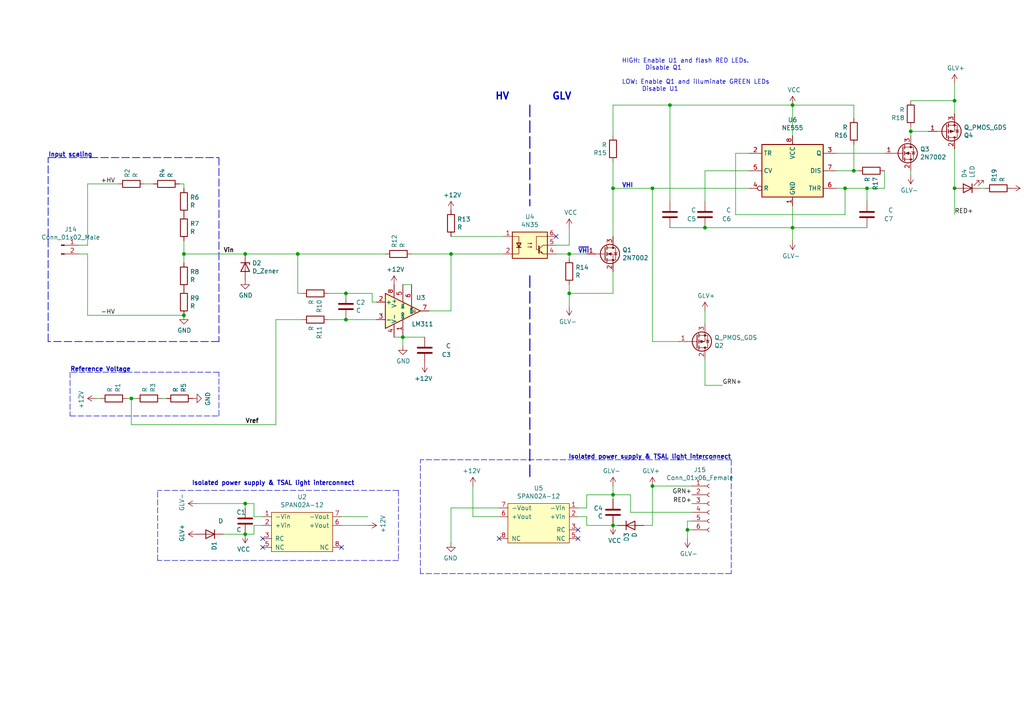
<source format=kicad_sch>
(kicad_sch (version 20211123) (generator eeschema)
  (paper "A4")
  (lib_symbols
    (symbol "Comparator:LM311" (pin_names (offset 0.127))
      (property "Reference" "U" (at 3.81 6.35 0))
      (property "Value" "LM311" (at 3.81 3.81 0))
      (symbol "LM311_0_1"
        (polyline (pts (xy 5.08 0) (xy -5.08 5.08) (xy -5.08 -5.08) (xy 5.08 0)) (stroke (width 0.254)) (fill (type background)))
        (polyline (pts (xy 3.683 -0.381) (xy 3.302 -0.381) (xy 3.683 0) (xy 3.302 0.381) (xy 2.921 0) (xy 3.302 -0.381) (xy 2.921 -0.381)) (stroke (width 0.127)))
      )
      (symbol "LM311_1_1"
        (pin passive line (at 0 -7.62 90) (length 5.08) (name "GND") (number "1"))
        (pin input line (at -7.62 2.54 0) (length 2.54) (name "+") (number "2"))
        (pin input line (at -7.62 -2.54 0) (length 2.54) (name "-") (number "3"))
        (pin power_in line (at -2.54 -7.62 90) (length 3.81) (name "V-") (number "4"))
        (pin input line (at 0 7.62 270) (length 5.08) (name "BAL") (number "5"))
        (pin input line (at 2.54 7.62 270) (length 6.35) (name "STRB") (number "6"))
        (pin open_collector line (at 7.62 0 180) (length 2.54) (name "~") (number "7"))
        (pin power_in line (at -2.54 7.62 270) (length 3.81) (name "V+") (number "8"))
      )
    )
    (symbol "Connector:Conn_01x02_Male" (pin_names (offset 1.016) hide)
      (property "Reference" "J" (at 0 2.54 0))
      (property "Value" "Conn_01x02_Male" (at 0 -5.08 0))
      (symbol "Conn_01x02_Male_1_1"
        (polyline (pts (xy 1.27 -2.54) (xy 0.8636 -2.54)) (stroke (width 0.1524)))
        (polyline (pts (xy 1.27 0) (xy 0.8636 0)) (stroke (width 0.1524)))
        (rectangle (start 0.8636 -2.413) (end 0 -2.667) (stroke (width 0.1524)) (fill (type outline)))
        (rectangle (start 0.8636 0.127) (end 0 -0.127) (stroke (width 0.1524)) (fill (type outline)))
        (pin passive line (at 5.08 0 180) (length 3.81) (name "Pin_1") (number "1"))
        (pin passive line (at 5.08 -2.54 180) (length 3.81) (name "Pin_2") (number "2"))
      )
    )
    (symbol "Connector:Conn_01x06_Female" (pin_names (offset 1.016) hide)
      (property "Reference" "J" (at 0 7.62 0))
      (property "Value" "Conn_01x06_Female" (at 0 -10.16 0))
      (symbol "Conn_01x06_Female_1_1"
        (arc (start 0 -7.112) (mid -0.508 -7.62) (end 0 -8.128) (stroke (width 0.1524)))
        (arc (start 0 -4.572) (mid -0.508 -5.08) (end 0 -5.588) (stroke (width 0.1524)))
        (arc (start 0 -2.032) (mid -0.508 -2.54) (end 0 -3.048) (stroke (width 0.1524)))
        (polyline (pts (xy -1.27 -7.62) (xy -0.508 -7.62)) (stroke (width 0.1524)))
        (polyline (pts (xy -1.27 -5.08) (xy -0.508 -5.08)) (stroke (width 0.1524)))
        (polyline (pts (xy -1.27 -2.54) (xy -0.508 -2.54)) (stroke (width 0.1524)))
        (polyline (pts (xy -1.27 0) (xy -0.508 0)) (stroke (width 0.1524)))
        (polyline (pts (xy -1.27 2.54) (xy -0.508 2.54)) (stroke (width 0.1524)))
        (polyline (pts (xy -1.27 5.08) (xy -0.508 5.08)) (stroke (width 0.1524)))
        (arc (start 0 0.508) (mid -0.508 0) (end 0 -0.508) (stroke (width 0.1524)))
        (arc (start 0 3.048) (mid -0.508 2.54) (end 0 2.032) (stroke (width 0.1524)))
        (arc (start 0 5.588) (mid -0.508 5.08) (end 0 4.572) (stroke (width 0.1524)))
        (pin passive line (at -5.08 5.08 0) (length 3.81) (name "Pin_1") (number "1"))
        (pin passive line (at -5.08 2.54 0) (length 3.81) (name "Pin_2") (number "2"))
        (pin passive line (at -5.08 0 0) (length 3.81) (name "Pin_3") (number "3"))
        (pin passive line (at -5.08 -2.54 0) (length 3.81) (name "Pin_4") (number "4"))
        (pin passive line (at -5.08 -5.08 0) (length 3.81) (name "Pin_5") (number "5"))
        (pin passive line (at -5.08 -7.62 0) (length 3.81) (name "Pin_6") (number "6"))
      )
    )
    (symbol "Device:C" (pin_numbers hide) (pin_names (offset 0.254))
      (property "Reference" "C" (at 0.635 2.54 0))
      (property "Value" "C" (at 0.635 -2.54 0))
      (symbol "C_0_1"
        (polyline (pts (xy -2.032 -0.762) (xy 2.032 -0.762)) (stroke (width 0.508)))
        (polyline (pts (xy -2.032 0.762) (xy 2.032 0.762)) (stroke (width 0.508)))
      )
      (symbol "C_1_1"
        (pin passive line (at 0 3.81 270) (length 2.794) (name "~") (number "1"))
        (pin passive line (at 0 -3.81 90) (length 2.794) (name "~") (number "2"))
      )
    )
    (symbol "Device:D" (pin_numbers hide) (pin_names (offset 1.016) hide)
      (property "Reference" "D" (at 0 2.54 0))
      (property "Value" "D" (at 0 -2.54 0))
      (symbol "D_0_1"
        (polyline (pts (xy -1.27 1.27) (xy -1.27 -1.27)) (stroke (width 0.254)))
        (polyline (pts (xy 1.27 0) (xy -1.27 0)))
        (polyline (pts (xy 1.27 1.27) (xy 1.27 -1.27) (xy -1.27 0) (xy 1.27 1.27)) (stroke (width 0.254)))
      )
      (symbol "D_1_1"
        (pin passive line (at -3.81 0 0) (length 2.54) (name "K") (number "1"))
        (pin passive line (at 3.81 0 180) (length 2.54) (name "A") (number "2"))
      )
    )
    (symbol "Device:D_Zener" (pin_numbers hide) (pin_names (offset 1.016) hide)
      (property "Reference" "D" (at 0 2.54 0))
      (property "Value" "D_Zener" (at 0 -2.54 0))
      (symbol "D_Zener_0_1"
        (polyline (pts (xy 1.27 0) (xy -1.27 0)))
        (polyline (pts (xy -1.27 -1.27) (xy -1.27 1.27) (xy -0.762 1.27)) (stroke (width 0.254)))
        (polyline (pts (xy 1.27 -1.27) (xy 1.27 1.27) (xy -1.27 0) (xy 1.27 -1.27)) (stroke (width 0.254)))
      )
      (symbol "D_Zener_1_1"
        (pin passive line (at -3.81 0 0) (length 2.54) (name "K") (number "1"))
        (pin passive line (at 3.81 0 180) (length 2.54) (name "A") (number "2"))
      )
    )
    (symbol "Device:LED" (pin_numbers hide) (pin_names (offset 1.016) hide)
      (property "Reference" "D" (at 0 2.54 0))
      (property "Value" "LED" (at 0 -2.54 0))
      (symbol "LED_0_1"
        (polyline (pts (xy -1.27 -1.27) (xy -1.27 1.27)) (stroke (width 0.254)))
        (polyline (pts (xy -1.27 0) (xy 1.27 0)))
        (polyline (pts (xy 1.27 -1.27) (xy 1.27 1.27) (xy -1.27 0) (xy 1.27 -1.27)) (stroke (width 0.254)))
        (polyline (pts (xy -3.048 -0.762) (xy -4.572 -2.286) (xy -3.81 -2.286) (xy -4.572 -2.286) (xy -4.572 -1.524)))
        (polyline (pts (xy -1.778 -0.762) (xy -3.302 -2.286) (xy -2.54 -2.286) (xy -3.302 -2.286) (xy -3.302 -1.524)))
      )
      (symbol "LED_1_1"
        (pin passive line (at -3.81 0 0) (length 2.54) (name "K") (number "1"))
        (pin passive line (at 3.81 0 180) (length 2.54) (name "A") (number "2"))
      )
    )
    (symbol "Device:Q_PMOS_GDS" (pin_names (offset 0) hide)
      (property "Reference" "Q" (at 5.08 1.27 0))
      (property "Value" "Q_PMOS_GDS" (at 5.08 -1.27 0))
      (symbol "Q_PMOS_GDS_0_1"
        (polyline (pts (xy 0.254 0) (xy -2.54 0)))
        (polyline (pts (xy 0.254 1.905) (xy 0.254 -1.905)) (stroke (width 0.254)))
        (polyline (pts (xy 0.762 -1.27) (xy 0.762 -2.286)) (stroke (width 0.254)))
        (polyline (pts (xy 0.762 0.508) (xy 0.762 -0.508)) (stroke (width 0.254)))
        (polyline (pts (xy 0.762 2.286) (xy 0.762 1.27)) (stroke (width 0.254)))
        (polyline (pts (xy 2.54 2.54) (xy 2.54 1.778)))
        (polyline (pts (xy 2.54 -2.54) (xy 2.54 0) (xy 0.762 0)))
        (polyline (pts (xy 0.762 1.778) (xy 3.302 1.778) (xy 3.302 -1.778) (xy 0.762 -1.778)))
        (polyline (pts (xy 2.286 0) (xy 1.27 0.381) (xy 1.27 -0.381) (xy 2.286 0)) (fill (type outline)))
        (polyline (pts (xy 2.794 -0.508) (xy 2.921 -0.381) (xy 3.683 -0.381) (xy 3.81 -0.254)))
        (polyline (pts (xy 3.302 -0.381) (xy 2.921 0.254) (xy 3.683 0.254) (xy 3.302 -0.381)))
        (circle (center 1.651 0) (radius 2.794) (stroke (width 0.254)))
        (circle (center 2.54 -1.778) (radius 0.254) (fill (type outline)))
        (circle (center 2.54 1.778) (radius 0.254) (fill (type outline)))
      )
      (symbol "Q_PMOS_GDS_1_1"
        (pin input line (at -5.08 0 0) (length 2.54) (name "G") (number "1"))
        (pin passive line (at 2.54 5.08 270) (length 2.54) (name "D") (number "2"))
        (pin passive line (at 2.54 -5.08 90) (length 2.54) (name "S") (number "3"))
      )
    )
    (symbol "Device:R" (pin_numbers hide) (pin_names (offset 0))
      (property "Reference" "R" (at 2.032 0 90))
      (property "Value" "R" (at 0 0 90))
      (symbol "R_0_1"
        (rectangle (start -1.016 -2.54) (end 1.016 2.54) (stroke (width 0.254)))
      )
      (symbol "R_1_1"
        (pin passive line (at 0 3.81 270) (length 1.27) (name "~") (number "1"))
        (pin passive line (at 0 -3.81 90) (length 1.27) (name "~") (number "2"))
      )
    )
    (symbol "Isolator:4N35" (pin_names (offset 1.016))
      (property "Reference" "U" (at -5.08 5.08 0))
      (property "Value" "4N35" (at 0 5.08 0))
      (symbol "4N35_0_1"
        (rectangle (start -5.08 3.81) (end 5.08 -3.81) (stroke (width 0.254)) (fill (type background)))
        (polyline (pts (xy -3.81 -0.635) (xy -2.54 -0.635)) (stroke (width 0.254)))
        (polyline (pts (xy 2.667 -1.397) (xy 3.81 -2.54)))
        (polyline (pts (xy 2.667 -1.143) (xy 3.81 0)))
        (polyline (pts (xy 3.81 -2.54) (xy 5.08 -2.54)))
        (polyline (pts (xy 3.81 0) (xy 5.08 0)))
        (polyline (pts (xy 2.667 -0.254) (xy 2.667 -2.286) (xy 2.667 -2.286)) (stroke (width 0.3556)))
        (polyline (pts (xy -5.08 -2.54) (xy -3.175 -2.54) (xy -3.175 2.54) (xy -5.08 2.54)))
        (polyline (pts (xy -3.175 -0.635) (xy -3.81 0.635) (xy -2.54 0.635) (xy -3.175 -0.635)) (stroke (width 0.254)))
        (polyline (pts (xy 3.683 -2.413) (xy 3.429 -1.905) (xy 3.175 -2.159) (xy 3.683 -2.413)))
        (polyline (pts (xy 5.08 2.54) (xy 1.905 2.54) (xy 1.905 -1.27) (xy 2.54 -1.27)))
        (polyline (pts (xy -0.635 -0.508) (xy 0.635 -0.508) (xy 0.254 -0.635) (xy 0.254 -0.381) (xy 0.635 -0.508)))
        (polyline (pts (xy -0.635 0.508) (xy 0.635 0.508) (xy 0.254 0.381) (xy 0.254 0.635) (xy 0.635 0.508)))
      )
      (symbol "4N35_1_1"
        (pin passive line (at -7.62 2.54 0) (length 2.54) (name "~") (number "1"))
        (pin passive line (at -7.62 -2.54 0) (length 2.54) (name "~") (number "2"))
        (pin no_connect line (at -5.08 0 0) (length 2.54) hide (name "NC") (number "3"))
        (pin passive line (at 7.62 -2.54 180) (length 2.54) (name "~") (number "4"))
        (pin passive line (at 7.62 0 180) (length 2.54) (name "~") (number "5"))
        (pin passive line (at 7.62 2.54 180) (length 2.54) (name "~") (number "6"))
      )
    )
    (symbol "TSAL-HVM:SPAN02A-12" (pin_names (offset 1.016))
      (property "Reference" "U" (at -7.62 6.35 0))
      (property "Value" "SPAN02A-12" (at 0 -7.62 0))
      (symbol "SPAN02A-12_0_1"
        (rectangle (start 8.89 -6.35) (end -8.89 5.08) (fill (type background)))
      )
      (symbol "SPAN02A-12_1_1"
        (pin input line (at -11.43 3.81 0) (length 2.54) (name "-Vin") (number "1"))
        (pin input line (at -11.43 1.27 0) (length 2.54) (name "+Vin") (number "2"))
        (pin input line (at -11.43 -2.54 0) (length 2.54) (name "RC") (number "3"))
        (pin input line (at -11.43 -5.08 0) (length 2.54) (name "NC") (number "5"))
        (pin input line (at 11.43 1.27 180) (length 2.54) (name "+Vout") (number "6"))
        (pin input line (at 11.43 3.81 180) (length 2.54) (name "-Vout") (number "7"))
        (pin input line (at 11.43 -5.08 180) (length 2.54) (name "NC") (number "8"))
      )
    )
    (symbol "TSALv3-rescue:NE555D-Timer2"
      (property "Reference" "U" (at -10.16 8.89 0))
      (property "Value" "NE555D-Timer2" (at 2.54 8.89 0))
      (symbol "NE555D-Timer2_0_0"
        (pin power_in line (at 0 -10.16 90) (length 2.54) (name "GND") (number "1"))
        (pin power_in line (at 0 10.16 270) (length 2.54) (name "VCC") (number "8"))
      )
      (symbol "NE555D-Timer2_0_1"
        (rectangle (start -8.89 -7.62) (end 8.89 7.62) (stroke (width 0.254)) (fill (type background)))
        (rectangle (start -8.89 -7.62) (end 8.89 7.62) (stroke (width 0.254)) (fill (type background)))
      )
      (symbol "NE555D-Timer2_1_1"
        (pin input line (at -12.7 5.08 0) (length 3.81) (name "TR") (number "2"))
        (pin output line (at 12.7 5.08 180) (length 3.81) (name "Q") (number "3"))
        (pin input inverted (at -12.7 -5.08 0) (length 3.81) (name "R") (number "4"))
        (pin input line (at -12.7 0 0) (length 3.81) (name "CV") (number "5"))
        (pin input line (at 12.7 -5.08 180) (length 3.81) (name "THR") (number "6"))
        (pin input line (at 12.7 0 180) (length 3.81) (name "DIS") (number "7"))
      )
    )
    (symbol "Transistor_FET:2N7002" (pin_names hide)
      (property "Reference" "Q" (at 5.08 1.905 0))
      (property "Value" "2N7002" (at 5.08 0 0))
      (symbol "2N7002_0_1"
        (polyline (pts (xy 0.254 0) (xy -2.54 0)))
        (polyline (pts (xy 0.254 1.905) (xy 0.254 -1.905)) (stroke (width 0.254)))
        (polyline (pts (xy 0.762 -1.27) (xy 0.762 -2.286)) (stroke (width 0.254)))
        (polyline (pts (xy 0.762 0.508) (xy 0.762 -0.508)) (stroke (width 0.254)))
        (polyline (pts (xy 0.762 2.286) (xy 0.762 1.27)) (stroke (width 0.254)))
        (polyline (pts (xy 2.54 2.54) (xy 2.54 1.778)))
        (polyline (pts (xy 2.54 -2.54) (xy 2.54 0) (xy 0.762 0)))
        (polyline (pts (xy 0.762 -1.778) (xy 3.302 -1.778) (xy 3.302 1.778) (xy 0.762 1.778)))
        (polyline (pts (xy 1.016 0) (xy 2.032 0.381) (xy 2.032 -0.381) (xy 1.016 0)) (fill (type outline)))
        (polyline (pts (xy 2.794 0.508) (xy 2.921 0.381) (xy 3.683 0.381) (xy 3.81 0.254)))
        (polyline (pts (xy 3.302 0.381) (xy 2.921 -0.254) (xy 3.683 -0.254) (xy 3.302 0.381)))
        (circle (center 1.651 0) (radius 2.794) (stroke (width 0.254)))
        (circle (center 2.54 -1.778) (radius 0.254) (fill (type outline)))
        (circle (center 2.54 1.778) (radius 0.254) (fill (type outline)))
      )
      (symbol "2N7002_1_1"
        (pin input line (at -5.08 0 0) (length 2.54) (name "G") (number "1"))
        (pin passive line (at 2.54 -5.08 90) (length 2.54) (name "S") (number "2"))
        (pin passive line (at 2.54 5.08 270) (length 2.54) (name "D") (number "3"))
      )
    )
    (symbol "power-symbol-library:GLV+" (power) (pin_names (offset 0))
      (property "Value" "GLV+" (at 0 3.81 0))
      (symbol "GLV+_0_1"
        (polyline (pts (xy -0.762 1.27) (xy 0 2.54)))
        (polyline (pts (xy 0 0) (xy 0 2.54)))
        (polyline (pts (xy 0 2.54) (xy 0.762 1.27)))
      )
      (symbol "GLV+_1_1"
        (pin power_in line (at 0 0 90) (length 0) hide (name "GLV+") (number "1"))
      )
    )
    (symbol "power-symbol-library:GLV-" (power) (pin_names (offset 0))
      (property "Value" "GLV-" (at 0 3.81 0))
      (symbol "GLV-_0_1"
        (polyline (pts (xy -0.762 1.27) (xy 0 2.54)))
        (polyline (pts (xy 0 0) (xy 0 2.54)))
        (polyline (pts (xy 0 2.54) (xy 0.762 1.27)))
      )
      (symbol "GLV-_1_1"
        (pin power_in line (at 0 0 90) (length 0) hide (name "GLV-") (number "1"))
      )
    )
    (symbol "power:+12V" (power) (pin_names (offset 0))
      (property "Value" "+12V" (at 0 3.556 0))
      (symbol "+12V_0_1"
        (polyline (pts (xy -0.762 1.27) (xy 0 2.54)))
        (polyline (pts (xy 0 0) (xy 0 2.54)))
        (polyline (pts (xy 0 2.54) (xy 0.762 1.27)))
      )
      (symbol "+12V_1_1"
        (pin power_in line (at 0 0 90) (length 0) hide (name "+12V") (number "1"))
      )
    )
    (symbol "power:GND" (power) (pin_names (offset 0))
      (property "Value" "GND" (at 0 -3.81 0))
      (symbol "GND_0_1"
        (polyline (pts (xy 0 0) (xy 0 -1.27) (xy 1.27 -1.27) (xy 0 -2.54) (xy -1.27 -1.27) (xy 0 -1.27)))
      )
      (symbol "GND_1_1"
        (pin power_in line (at 0 0 270) (length 0) hide (name "GND") (number "1"))
      )
    )
    (symbol "power:VCC" (power) (pin_names (offset 0))
      (property "Value" "VCC" (at 0 3.81 0))
      (symbol "VCC_0_1"
        (polyline (pts (xy -0.762 1.27) (xy 0 2.54)))
        (polyline (pts (xy 0 0) (xy 0 2.54)))
        (polyline (pts (xy 0 2.54) (xy 0.762 1.27)))
      )
      (symbol "VCC_1_1"
        (pin power_in line (at 0 0 90) (length 0) hide (name "VCC") (number "1"))
      )
    )
  )
  (junction (at 177.8 54.61))
  (junction (at 229.87 30.48))
  (junction (at 199.39 153.67))
  (junction (at 71.12 146.05))
  (junction (at 264.16 38.1))
  (junction (at 276.86 29.21))
  (junction (at 194.31 30.48))
  (junction (at 130.81 73.66))
  (junction (at 71.12 154.94))
  (junction (at 204.47 66.04))
  (junction (at 86.36 73.66))
  (junction (at 229.87 66.04))
  (junction (at 276.86 54.61))
  (junction (at 165.1 73.66))
  (junction (at 100.33 92.71))
  (junction (at 100.33 85.09))
  (junction (at 177.8 143.51))
  (junction (at 247.65 49.53))
  (junction (at 245.11 54.61))
  (junction (at 189.23 140.97))
  (junction (at 53.34 73.66))
  (junction (at 189.23 54.61))
  (junction (at 53.34 91.44))
  (junction (at 177.8 152.4))
  (junction (at 71.12 73.66))
  (junction (at 38.1 115.57))
  (junction (at 116.84 97.79))
  (junction (at 165.1 85.09))
  (junction (at 251.46 54.61))
  (no_connect (at 76.2 158.75))
  (no_connect (at 76.2 156.21))
  (no_connect (at 144.78 156.21))
  (no_connect (at 161.29 68.58))
  (no_connect (at 167.64 156.21))
  (no_connect (at 99.06 158.75))
  (no_connect (at 167.64 153.67))
  (polyline (pts (xy 20.32 120.65) (xy 63.5 120.65)))
  (wire (pts (xy 179.07 152.4) (xy 177.8 152.4)))
  (polyline (pts (xy 45.72 162.56) (xy 45.72 142.24)))
  (wire (pts (xy 114.3 97.79) (xy 116.84 97.79)))
  (polyline (pts (xy 212.09 133.35) (xy 121.92 133.35)))
  (wire (pts (xy 39.37 115.57) (xy 38.1 115.57)))
  (polyline (pts (xy 20.32 107.95) (xy 20.32 120.65)))
  (wire (pts (xy 177.8 85.09) (xy 165.1 85.09)))
  (wire (pts (xy 130.81 73.66) (xy 146.05 73.66)))
  (wire (pts (xy 177.8 143.51) (xy 177.8 144.78)))
  (wire (pts (xy 204.47 104.14) (xy 204.47 111.76)))
  (polyline (pts (xy 63.5 120.65) (xy 63.5 107.95)))
  (wire (pts (xy 204.47 93.98) (xy 204.47 90.17)))
  (wire (pts (xy 165.1 73.66) (xy 170.18 73.66)))
  (wire (pts (xy 119.38 82.55) (xy 116.84 82.55)))
  (polyline (pts (xy 153.67 30.48) (xy 153.67 59.69)) (stroke (width 0.3048)))
  (wire (pts (xy 256.54 49.53) (xy 256.54 54.61)))
  (wire (pts (xy 229.87 30.48) (xy 229.87 39.37)))
  (wire (pts (xy 130.81 157.48) (xy 130.81 147.32)))
  (wire (pts (xy 25.4 91.44) (xy 53.34 91.44)))
  (wire (pts (xy 251.46 66.04) (xy 229.87 66.04)))
  (wire (pts (xy 73.66 149.86) (xy 76.2 149.86)))
  (wire (pts (xy 107.95 85.09) (xy 100.33 85.09)))
  (wire (pts (xy 177.8 152.4) (xy 170.18 152.4)))
  (wire (pts (xy 165.1 88.9) (xy 165.1 85.09)))
  (wire (pts (xy 73.66 146.05) (xy 73.66 149.86)))
  (wire (pts (xy 53.34 53.34) (xy 53.34 54.61)))
  (wire (pts (xy 161.29 71.12) (xy 165.1 71.12)))
  (polyline (pts (xy 212.09 166.37) (xy 121.92 166.37)))
  (wire (pts (xy 177.8 143.51) (xy 170.18 143.51)))
  (wire (pts (xy 165.1 73.66) (xy 161.29 73.66)))
  (wire (pts (xy 130.81 147.32) (xy 144.78 147.32)))
  (wire (pts (xy 109.22 87.63) (xy 107.95 87.63)))
  (wire (pts (xy 100.33 92.71) (xy 109.22 92.71)))
  (wire (pts (xy 196.85 99.06) (xy 189.23 99.06)))
  (wire (pts (xy 200.66 153.67) (xy 199.39 153.67)))
  (wire (pts (xy 137.16 149.86) (xy 137.16 140.97)))
  (wire (pts (xy 177.8 78.74) (xy 177.8 85.09)))
  (polyline (pts (xy 63.5 45.72) (xy 63.5 99.06)) (stroke (width 0.2032)))
  (wire (pts (xy 57.15 146.05) (xy 71.12 146.05)))
  (wire (pts (xy 269.24 38.1) (xy 264.16 38.1)))
  (wire (pts (xy 177.8 54.61) (xy 177.8 68.58)))
  (wire (pts (xy 245.11 62.23) (xy 245.11 54.61)))
  (wire (pts (xy 264.16 29.21) (xy 276.86 29.21)))
  (polyline (pts (xy 153.67 80.01) (xy 153.67 138.43)) (stroke (width 0.3048)))
  (wire (pts (xy 217.17 49.53) (xy 204.47 49.53)))
  (wire (pts (xy 22.86 71.12) (xy 25.4 71.12)))
  (wire (pts (xy 182.88 143.51) (xy 177.8 143.51)))
  (wire (pts (xy 229.87 30.48) (xy 247.65 30.48)))
  (wire (pts (xy 251.46 54.61) (xy 245.11 54.61)))
  (wire (pts (xy 229.87 66.04) (xy 229.87 59.69)))
  (wire (pts (xy 229.87 66.04) (xy 229.87 69.85)))
  (wire (pts (xy 276.86 43.18) (xy 276.86 54.61)))
  (polyline (pts (xy 13.97 45.72) (xy 63.5 45.72)) (stroke (width 0.2032)))
  (polyline (pts (xy 212.09 133.35) (xy 212.09 166.37)))
  (wire (pts (xy 264.16 39.37) (xy 264.16 38.1)))
  (wire (pts (xy 38.1 115.57) (xy 38.1 123.19)))
  (wire (pts (xy 71.12 146.05) (xy 71.12 147.32)))
  (wire (pts (xy 71.12 73.66) (xy 86.36 73.66)))
  (wire (pts (xy 95.25 92.71) (xy 100.33 92.71)))
  (wire (pts (xy 199.39 151.13) (xy 199.39 153.67)))
  (wire (pts (xy 247.65 30.48) (xy 247.65 34.29)))
  (wire (pts (xy 170.18 149.86) (xy 170.18 152.4)))
  (wire (pts (xy 284.48 54.61) (xy 285.75 54.61)))
  (wire (pts (xy 256.54 54.61) (xy 251.46 54.61)))
  (wire (pts (xy 189.23 140.97) (xy 189.23 152.4)))
  (wire (pts (xy 242.57 44.45) (xy 256.54 44.45)))
  (wire (pts (xy 204.47 111.76) (xy 209.55 111.76)))
  (wire (pts (xy 48.26 115.57) (xy 46.99 115.57)))
  (wire (pts (xy 86.36 73.66) (xy 111.76 73.66)))
  (wire (pts (xy 213.36 44.45) (xy 213.36 62.23)))
  (wire (pts (xy 165.1 66.04) (xy 165.1 71.12)))
  (wire (pts (xy 276.86 29.21) (xy 276.86 33.02)))
  (wire (pts (xy 119.38 73.66) (xy 130.81 73.66)))
  (polyline (pts (xy 121.92 166.37) (xy 121.92 133.35)))
  (wire (pts (xy 25.4 73.66) (xy 25.4 91.44)))
  (polyline (pts (xy 63.5 107.95) (xy 20.32 107.95)))
  (wire (pts (xy 194.31 30.48) (xy 229.87 30.48)))
  (wire (pts (xy 87.63 92.71) (xy 80.01 92.71)))
  (polyline (pts (xy 13.97 99.06) (xy 13.97 45.72)) (stroke (width 0.2032)))
  (wire (pts (xy 167.64 149.86) (xy 170.18 149.86)))
  (wire (pts (xy 100.33 85.09) (xy 95.25 85.09)))
  (wire (pts (xy 80.01 92.71) (xy 80.01 123.19)))
  (wire (pts (xy 130.81 90.17) (xy 130.81 73.66)))
  (wire (pts (xy 177.8 140.97) (xy 177.8 143.51)))
  (wire (pts (xy 29.21 115.57) (xy 27.94 115.57)))
  (wire (pts (xy 199.39 153.67) (xy 199.39 156.21)))
  (wire (pts (xy 53.34 69.85) (xy 53.34 73.66)))
  (wire (pts (xy 22.86 73.66) (xy 25.4 73.66)))
  (wire (pts (xy 204.47 66.04) (xy 229.87 66.04)))
  (wire (pts (xy 247.65 41.91) (xy 247.65 49.53)))
  (wire (pts (xy 53.34 73.66) (xy 71.12 73.66)))
  (wire (pts (xy 130.81 90.17) (xy 124.46 90.17)))
  (wire (pts (xy 86.36 73.66) (xy 86.36 85.09)))
  (wire (pts (xy 86.36 85.09) (xy 87.63 85.09)))
  (wire (pts (xy 242.57 49.53) (xy 247.65 49.53)))
  (wire (pts (xy 165.1 73.66) (xy 165.1 74.93)))
  (wire (pts (xy 264.16 50.8) (xy 264.16 49.53)))
  (wire (pts (xy 189.23 152.4) (xy 186.69 152.4)))
  (wire (pts (xy 200.66 148.59) (xy 182.88 148.59)))
  (polyline (pts (xy 115.57 142.24) (xy 45.72 142.24)))
  (polyline (pts (xy 63.5 99.06) (xy 13.97 99.06)) (stroke (width 0.2032)))
  (wire (pts (xy 25.4 53.34) (xy 34.29 53.34)))
  (wire (pts (xy 200.66 151.13) (xy 199.39 151.13)))
  (wire (pts (xy 177.8 54.61) (xy 189.23 54.61)))
  (wire (pts (xy 116.84 97.79) (xy 116.84 100.33)))
  (wire (pts (xy 177.8 54.61) (xy 177.8 46.99)))
  (polyline (pts (xy 115.57 162.56) (xy 45.72 162.56)))
  (wire (pts (xy 76.2 152.4) (xy 73.66 152.4)))
  (wire (pts (xy 189.23 140.97) (xy 200.66 140.97)))
  (wire (pts (xy 41.91 53.34) (xy 44.45 53.34)))
  (wire (pts (xy 38.1 115.57) (xy 36.83 115.57)))
  (wire (pts (xy 251.46 58.42) (xy 251.46 54.61)))
  (wire (pts (xy 177.8 39.37) (xy 177.8 30.48)))
  (polyline (pts (xy 11.43 241.3) (xy 11.43 299.72)) (stroke (width 0.3048)))
  (wire (pts (xy 264.16 38.1) (xy 264.16 36.83)))
  (wire (pts (xy 71.12 154.94) (xy 73.66 154.94)))
  (wire (pts (xy 71.12 146.05) (xy 73.66 146.05)))
  (wire (pts (xy 177.8 30.48) (xy 194.31 30.48)))
  (polyline (pts (xy 115.57 142.24) (xy 115.57 162.56)))
  (wire (pts (xy 99.06 149.86) (xy 106.68 149.86)))
  (wire (pts (xy 99.06 152.4) (xy 106.68 152.4)))
  (wire (pts (xy 194.31 66.04) (xy 204.47 66.04)))
  (wire (pts (xy 189.23 54.61) (xy 217.17 54.61)))
  (wire (pts (xy 194.31 58.42) (xy 194.31 30.48)))
  (wire (pts (xy 276.86 29.21) (xy 276.86 24.13)))
  (wire (pts (xy 247.65 49.53) (xy 248.92 49.53)))
  (wire (pts (xy 213.36 62.23) (xy 245.11 62.23)))
  (wire (pts (xy 144.78 149.86) (xy 137.16 149.86)))
  (wire (pts (xy 38.1 123.19) (xy 80.01 123.19)))
  (wire (pts (xy 116.84 97.79) (xy 123.19 97.79)))
  (wire (pts (xy 204.47 49.53) (xy 204.47 58.42)))
  (wire (pts (xy 245.11 54.61) (xy 242.57 54.61)))
  (wire (pts (xy 170.18 143.51) (xy 170.18 147.32)))
  (wire (pts (xy 189.23 99.06) (xy 189.23 54.61)))
  (wire (pts (xy 25.4 71.12) (xy 25.4 53.34)))
  (wire (pts (xy 182.88 148.59) (xy 182.88 143.51)))
  (wire (pts (xy 64.77 154.94) (xy 71.12 154.94)))
  (wire (pts (xy 73.66 152.4) (xy 73.66 154.94)))
  (wire (pts (xy 107.95 87.63) (xy 107.95 85.09)))
  (wire (pts (xy 53.34 73.66) (xy 53.34 76.2)))
  (wire (pts (xy 170.18 147.32) (xy 167.64 147.32)))
  (wire (pts (xy 165.1 85.09) (xy 165.1 82.55)))
  (wire (pts (xy 217.17 44.45) (xy 213.36 44.45)))
  (wire (pts (xy 276.86 54.61) (xy 276.86 62.23)))
  (wire (pts (xy 130.81 68.58) (xy 146.05 68.58)))
  (wire (pts (xy 52.07 53.34) (xy 53.34 53.34)))
  (text "Reference Voltage" (at 20.32 107.95 0) (effects (font (size 1.27 1.27) (thickness 0.254) bold) (justify left bottom)))
  (text "HV" (at 143.51 29.21 0) (effects (font (size 2.0066 2.0066) (thickness 0.4013) bold) (justify left bottom)))
  (text "HIGH: Enable U1 and flash RED LEDs.\n       Disable Q1\n\nLOW: Enable Q1 and illuminate GREEN LEDs\n      Disable U1" (at 180.34 26.67 0) (effects (font (size 1.27 1.27)) (justify left bottom)))
  (text "GLV" (at 160.02 29.21 0) (effects (font (size 2.0066 2.0066) (thickness 0.4013) bold) (justify left bottom)))
  (text "VHI" (at 180.34 54.61 0) (effects (font (size 1.27 1.27) (thickness 0.254) bold) (justify left bottom)))
  (text "~{VHI}" (at 167.64 73.66 0) (effects (font (size 1.27 1.27) (thickness 0.254) bold) (justify left bottom)))
  (text "Input scaling" (at 13.97 45.72 0) (effects (font (size 1.27 1.27) (thickness 0.254) bold) (justify left bottom)))
  (text "Isolated power supply & TSAL light interconnect" (at 212.09 133.35 180) (effects (font (size 1.27 1.27) (thickness 0.254) bold) (justify right bottom)))
  (text "Isolated power supply & TSAL light interconnect" (at 102.87 140.97 180) (effects (font (size 1.27 1.27) (thickness 0.254) bold) (justify right bottom)))
  (label "RED+" (at 276.86 62.23 0))
  (label "-HV" (at 29.21 91.44 0))
  (label "Vin" (at 64.77 73.66 0) (effects (font (thickness 0.254) bold)))
  (label "GRN+" (at 209.55 111.76 0))
  (label "+HV" (at 29.21 53.34 0))
  (label "RED+" (at 200.66 146.05 180))
  (label "Vref" (at 71.12 123.19 0) (effects (font (thickness 0.254) bold)))
  (label "GRN+" (at 200.66 143.51 180))
  (symbol (lib_id "power:+12V") (at 137.16 140.97 0) (mirror y) (unit 1)
    (property "Reference" "#PWR017" (effects hide))
    (property "Value" "+12V" (at 136.779 136.5758 0))
  )
  (symbol (lib_id "power:VCC") (at 165.1 66.04 0) (unit 1)
    (property "Reference" "#PWR018" (effects hide))
    (property "Value" "VCC" (at 165.5318 61.6458 0))
  )
  (symbol (lib_id "Device:C") (at 204.47 62.23 180) (unit 1)
    (property "Reference" "C6" (at 212.09 63.5 0) (effects (justify left)))
    (property "Value" "C" (at 212.09 60.96 0) (effects (justify left)))
    (property "Footprint" "Capacitor_SMD:C_0805_2012Metric_Pad1.15x1.40mm_HandSolder" (effects hide))
  )
  (symbol (lib_id "power:VCC") (at 229.87 30.48 0) (unit 1)
    (property "Reference" "#PWR025" (effects hide))
    (property "Value" "VCC" (at 230.3018 26.0858 0))
  )
  (symbol (lib_id "power:+12V") (at 123.19 105.41 180) (unit 1)
    (property "Reference" "#PWR014" (effects hide))
    (property "Value" "+12V" (at 122.809 109.8042 0))
  )
  (symbol (lib_id "power:+12V") (at 27.94 115.57 90) (mirror x) (unit 1)
    (property "Reference" "#PWR04" (effects hide))
    (property "Value" "+12V" (at 23.5458 115.951 0))
  )
  (symbol (lib_id "power-symbol-library:GLV-") (at 57.15 146.05 90) (unit 1)
    (property "Reference" "#PWR07" (effects hide))
    (property "Value" "GLV-" (at 52.7558 145.669 0))
  )
  (symbol (lib_id "power:GND") (at 55.88 115.57 90) (mirror x) (unit 1)
    (property "Reference" "#PWR06" (effects hide))
    (property "Value" "GND" (at 60.2742 115.697 0))
  )
  (symbol (lib_id "power-symbol-library:GLV-") (at 229.87 69.85 180) (unit 1)
    (property "Reference" "#PWR026" (effects hide))
    (property "Value" "GLV-" (at 229.489 74.2442 0))
  )
  (symbol (lib_id "Device:R") (at 264.16 33.02 180) (unit 1)
    (property "Reference" "R18" (at 262.382 34.1884 0) (effects (justify left)))
    (property "Value" "R" (at 262.382 31.877 0) (effects (justify left)))
    (property "Footprint" "Resistor_SMD:R_1206_3216Metric_Pad1.42x1.75mm_HandSolder" (effects hide))
  )
  (symbol (lib_id "Device:C") (at 71.12 151.13 0) (unit 1)
    (property "Reference" "C1" (at 68.58 148.59 0) (effects (justify left)))
    (property "Value" "C" (at 68.58 153.67 0) (effects (justify left)))
    (property "Footprint" "Capacitor_SMD:C_0805_2012Metric_Pad1.15x1.40mm_HandSolder" (effects hide))
  )
  (symbol (lib_id "Device:D_Zener") (at 71.12 77.47 270) (unit 1)
    (property "Reference" "D2" (at 73.1266 76.3016 90) (effects (justify left)))
    (property "Value" "D_Zener" (at 73.1266 78.613 90) (effects (justify left)))
    (property "Footprint" "Diode_THT:D_DO-35_SOD27_P7.62mm_Horizontal" (effects hide))
  )
  (symbol (lib_id "power-symbol-library:GLV+") (at 276.86 24.13 0) (unit 1)
    (property "Reference" "#PWR028" (effects hide))
    (property "Value" "GLV+" (at 277.241 19.7358 0))
  )
  (symbol (lib_id "Device:C") (at 177.8 148.59 0) (mirror y) (unit 1)
    (property "Reference" "C4" (at 174.879 147.4216 0) (effects (justify left)))
    (property "Value" "C" (at 174.879 149.733 0) (effects (justify left)))
    (property "Footprint" "Capacitor_SMD:C_0805_2012Metric_Pad1.15x1.40mm_HandSolder" (effects hide))
  )
  (symbol (lib_id "Device:LED") (at 280.67 54.61 180) (unit 1)
    (property "Reference" "D4" (at 279.6794 51.6382 90) (effects (justify right)))
    (property "Value" "LED" (at 281.9908 51.6382 90) (effects (justify right)))
    (property "Footprint" "LED_SMD:LED_0805_2012Metric_Pad1.15x1.40mm_HandSolder" (effects hide))
  )
  (symbol (lib_id "Device:R") (at 177.8 43.18 180) (unit 1)
    (property "Reference" "R15" (at 176.022 44.3484 0) (effects (justify left)))
    (property "Value" "R" (at 176.022 42.037 0) (effects (justify left)))
    (property "Footprint" "Resistor_SMD:R_1206_3216Metric_Pad1.42x1.75mm_HandSolder" (effects hide))
  )
  (symbol (lib_id "Device:Q_PMOS_GDS") (at 274.32 38.1 0) (mirror x) (unit 1)
    (property "Reference" "Q4" (at 279.5524 39.2684 0) (effects (justify left)))
    (property "Value" "Q_PMOS_GDS" (at 279.5524 36.957 0) (effects (justify left)))
    (property "Footprint" "Package_TO_SOT_SMD:SOT-223-3_TabPin2" (effects hide))
  )
  (symbol (lib_id "power-symbol-library:GLV+") (at 204.47 90.17 0) (unit 1)
    (property "Reference" "#PWR024" (effects hide))
    (property "Value" "GLV+" (at 204.851 85.7758 0))
  )
  (symbol (lib_id "Comparator:LM311") (at 116.84 90.17 0) (unit 1)
    (property "Reference" "U3" (at 120.65 86.36 0) (effects (justify left)))
    (property "Value" "LM311" (at 119.38 93.98 0) (effects (justify left)))
    (property "Footprint" "Package_SO:SOIC-8_3.9x4.9mm_P1.27mm" (effects hide))
    (property "Datasheet" "https://www.st.com/resource/en/datasheet/lm311.pdf" (effects hide))
  )
  (symbol (lib_id "Device:R") (at 43.18 115.57 270) (mirror x) (unit 1)
    (property "Reference" "R3" (at 44.3484 113.792 0) (effects (justify left)))
    (property "Value" "R" (at 42.037 113.792 0) (effects (justify left)))
    (property "Footprint" "Resistor_SMD:R_1206_3216Metric_Pad1.42x1.75mm_HandSolder" (effects hide))
  )
  (symbol (lib_id "Device:C") (at 251.46 62.23 180) (unit 1)
    (property "Reference" "C7" (at 259.08 63.5 0) (effects (justify left)))
    (property "Value" "C" (at 259.08 60.96 0) (effects (justify left)))
    (property "Footprint" "Capacitor_SMD:C_0805_2012Metric_Pad1.15x1.40mm_HandSolder" (effects hide))
  )
  (symbol (lib_id "power-symbol-library:GLV-") (at 177.8 140.97 0) (mirror y) (unit 1)
    (property "Reference" "#PWR020" (effects hide))
    (property "Value" "GLV-" (at 177.419 136.5758 0))
  )
  (symbol (lib_id "TSALv3-rescue:NE555D-Timer2") (at 229.87 49.53 0) (unit 1)
    (property "Reference" "U6" (at 229.87 34.7726 0))
    (property "Value" "NE555" (at 229.87 37.084 0))
    (property "Footprint" "Package_SO:SOIC-8_3.9x4.9mm_P1.27mm" (effects hide))
    (property "Datasheet" "http://www.ti.com/lit/ds/symlink/ne555.pdf" (effects hide))
  )
  (symbol (lib_id "Device:R") (at 165.1 78.74 0) (unit 1)
    (property "Reference" "R14" (at 166.878 77.5716 0) (effects (justify left)))
    (property "Value" "R" (at 166.878 79.883 0) (effects (justify left)))
    (property "Footprint" "Resistor_SMD:R_1206_3216Metric_Pad1.42x1.75mm_HandSolder" (effects hide))
  )
  (symbol (lib_id "TSAL-HVM:SPAN02A-12") (at 156.21 151.13 0) (mirror y) (unit 1)
    (property "Reference" "U5" (at 156.21 141.605 0))
    (property "Value" "SPAN02A-12" (at 156.21 143.9164 0))
    (property "Footprint" "TSAL-HVM:SPAN02" (effects hide))
  )
  (symbol (lib_id "Device:R") (at 53.34 58.42 0) (unit 1)
    (property "Reference" "R6" (at 55.118 57.2516 0) (effects (justify left)))
    (property "Value" "R" (at 55.118 59.563 0) (effects (justify left)))
    (property "Footprint" "Resistor_SMD:R_1206_3216Metric_Pad1.42x1.75mm_HandSolder" (effects hide))
  )
  (symbol (lib_id "Transistor_FET:2N7002") (at 261.62 44.45 0) (unit 1)
    (property "Reference" "Q3" (at 266.8524 43.2816 0) (effects (justify left)))
    (property "Value" "2N7002" (at 266.8524 45.593 0) (effects (justify left)))
    (property "Footprint" "Package_TO_SOT_SMD:SOT-23" (effects hide))
    (property "Datasheet" "https://www.onsemi.com/pub/Collateral/NDS7002A-D.PDF" (effects hide))
  )
  (symbol (lib_id "Device:R") (at 48.26 53.34 90) (unit 1)
    (property "Reference" "R4" (at 47.0916 51.562 0) (effects (justify left)))
    (property "Value" "R" (at 49.403 51.562 0) (effects (justify left)))
    (property "Footprint" "Resistor_SMD:R_1206_3216Metric_Pad1.42x1.75mm_HandSolder" (effects hide))
  )
  (symbol (lib_id "Device:R") (at 53.34 80.01 0) (unit 1)
    (property "Reference" "R8" (at 55.118 78.8416 0) (effects (justify left)))
    (property "Value" "R" (at 55.118 81.153 0) (effects (justify left)))
    (property "Footprint" "Resistor_SMD:R_1206_3216Metric_Pad1.42x1.75mm_HandSolder" (effects hide))
  )
  (symbol (lib_id "Transistor_FET:2N7002") (at 175.26 73.66 0) (unit 1)
    (property "Reference" "Q1" (at 180.4924 72.4916 0) (effects (justify left)))
    (property "Value" "2N7002" (at 180.4924 74.803 0) (effects (justify left)))
    (property "Footprint" "Package_TO_SOT_SMD:SOT-23" (effects hide))
    (property "Datasheet" "https://www.onsemi.com/pub/Collateral/NDS7002A-D.PDF" (effects hide))
  )
  (symbol (lib_id "power:GND") (at 71.12 81.28 0) (unit 1)
    (property "Reference" "#PWR09" (effects hide))
    (property "Value" "GND" (at 71.247 85.6742 0))
  )
  (symbol (lib_id "Device:R") (at 115.57 73.66 90) (unit 1)
    (property "Reference" "R12" (at 114.4016 71.882 0) (effects (justify left)))
    (property "Value" "R" (at 116.713 71.882 0) (effects (justify left)))
    (property "Footprint" "Resistor_SMD:R_1206_3216Metric_Pad1.42x1.75mm_HandSolder" (effects hide))
  )
  (symbol (lib_id "power:GND") (at 130.81 157.48 0) (mirror y) (unit 1)
    (property "Reference" "#PWR016" (effects hide))
    (property "Value" "GND" (at 130.683 161.8742 0))
  )
  (symbol (lib_id "Device:Q_PMOS_GDS") (at 201.93 99.06 0) (mirror x) (unit 1)
    (property "Reference" "Q2" (at 207.1624 100.2284 0) (effects (justify left)))
    (property "Value" "Q_PMOS_GDS" (at 207.1624 97.917 0) (effects (justify left)))
    (property "Footprint" "Package_TO_SOT_SMD:SOT-223-3_TabPin2" (effects hide))
  )
  (symbol (lib_id "Device:R") (at 53.34 66.04 0) (unit 1)
    (property "Reference" "R7" (at 55.118 64.8716 0) (effects (justify left)))
    (property "Value" "R" (at 55.118 67.183 0) (effects (justify left)))
    (property "Footprint" "Resistor_SMD:R_1206_3216Metric_Pad1.42x1.75mm_HandSolder" (effects hide))
  )
  (symbol (lib_id "Device:C") (at 123.19 101.6 180) (unit 1)
    (property "Reference" "C3" (at 130.81 102.87 0) (effects (justify left)))
    (property "Value" "C" (at 130.81 100.33 0) (effects (justify left)))
    (property "Footprint" "Capacitor_SMD:C_0805_2012Metric_Pad1.15x1.40mm_HandSolder" (effects hide))
  )
  (symbol (lib_id "Connector:Conn_01x02_Male") (at 17.78 71.12 0) (unit 1)
    (property "Reference" "J14" (at 20.5232 66.5226 0))
    (property "Value" "Conn_01x02_Male" (at 20.5232 68.834 0))
    (property "Footprint" "Connector_Molex:Molex_Mini-Fit_Jr_5566-02A_2x01_P4.20mm_Vertical" (effects hide))
  )
  (symbol (lib_id "Device:R") (at 91.44 92.71 270) (unit 1)
    (property "Reference" "R11" (at 92.6084 94.488 0) (effects (justify left)))
    (property "Value" "R" (at 90.297 94.488 0) (effects (justify left)))
    (property "Footprint" "Resistor_SMD:R_1206_3216Metric_Pad1.42x1.75mm_HandSolder" (effects hide))
  )
  (symbol (lib_id "Device:R") (at 53.34 87.63 0) (unit 1)
    (property "Reference" "R9" (at 55.118 86.4616 0) (effects (justify left)))
    (property "Value" "R" (at 55.118 88.773 0) (effects (justify left)))
    (property "Footprint" "Resistor_SMD:R_1206_3216Metric_Pad1.42x1.75mm_HandSolder" (effects hide))
  )
  (symbol (lib_id "power:GND") (at 116.84 100.33 0) (unit 1)
    (property "Reference" "#PWR013" (effects hide))
    (property "Value" "GND" (at 116.967 104.7242 0))
  )
  (symbol (lib_id "power:+12V") (at 106.68 152.4 270) (mirror x) (unit 1)
    (property "Reference" "#PWR011" (effects hide))
    (property "Value" "+12V" (at 111.0742 152.019 0))
  )
  (symbol (lib_id "TSAL-HVM:SPAN02A-12") (at 87.63 153.67 0) (unit 1)
    (property "Reference" "U2" (at 87.63 144.145 0))
    (property "Value" "SPAN02A-12" (at 87.63 146.4564 0))
    (property "Footprint" "TSAL-HVM:SPAN02" (effects hide))
  )
  (symbol (lib_id "power-symbol-library:GLV+") (at 189.23 140.97 0) (mirror y) (unit 1)
    (property "Reference" "#PWR022" (effects hide))
    (property "Value" "GLV+" (at 188.849 136.5758 0))
  )
  (symbol (lib_id "Device:R") (at 130.81 64.77 0) (unit 1)
    (property "Reference" "R13" (at 132.588 63.6016 0) (effects (justify left)))
    (property "Value" "R" (at 132.588 65.913 0) (effects (justify left)))
    (property "Footprint" "Resistor_SMD:R_1206_3216Metric_Pad1.42x1.75mm_HandSolder" (effects hide))
  )
  (symbol (lib_id "Device:D") (at 60.96 154.94 180) (unit 1)
    (property "Reference" "D1" (at 62.1284 156.9466 90) (effects (justify left)))
    (property "Value" "D" (at 64.77 151.13 0) (effects (justify left)))
    (property "Footprint" "Diode_SMD:D_SMA" (effects hide))
  )
  (symbol (lib_id "power-symbol-library:GLV-") (at 293.37 54.61 270) (unit 1)
    (property "Reference" "#PWR029" (effects hide))
    (property "Value" "GLV-" (at 297.7642 54.991 0))
  )
  (symbol (lib_id "Device:R") (at 247.65 38.1 180) (unit 1)
    (property "Reference" "R16" (at 245.872 39.2684 0) (effects (justify left)))
    (property "Value" "R" (at 245.872 36.957 0) (effects (justify left)))
    (property "Footprint" "Resistor_SMD:R_1206_3216Metric_Pad1.42x1.75mm_HandSolder" (effects hide))
  )
  (symbol (lib_id "power-symbol-library:GLV-") (at 165.1 88.9 180) (unit 1)
    (property "Reference" "#PWR019" (effects hide))
    (property "Value" "GLV-" (at 164.719 93.2942 0))
  )
  (symbol (lib_id "Device:C") (at 194.31 62.23 180) (unit 1)
    (property "Reference" "C5" (at 201.93 63.5 0) (effects (justify left)))
    (property "Value" "C" (at 201.93 60.96 0) (effects (justify left)))
    (property "Footprint" "Capacitor_SMD:C_0805_2012Metric_Pad1.15x1.40mm_HandSolder" (effects hide))
  )
  (symbol (lib_id "Device:R") (at 33.02 115.57 270) (mirror x) (unit 1)
    (property "Reference" "R1" (at 34.1884 113.792 0) (effects (justify left)))
    (property "Value" "R" (at 31.877 113.792 0) (effects (justify left)))
    (property "Footprint" "Resistor_SMD:R_1206_3216Metric_Pad1.42x1.75mm_HandSolder" (effects hide))
  )
  (symbol (lib_id "power:VCC") (at 71.12 154.94 180) (unit 1)
    (property "Reference" "#PWR010" (effects hide))
    (property "Value" "VCC" (at 70.6628 159.3342 0))
  )
  (symbol (lib_id "power:+12V") (at 130.81 60.96 0) (unit 1)
    (property "Reference" "#PWR015" (effects hide))
    (property "Value" "+12V" (at 131.191 56.5658 0))
  )
  (symbol (lib_id "Connector:Conn_01x06_Female") (at 205.74 146.05 0) (unit 1)
    (property "Reference" "J15" (at 202.9968 136.271 0))
    (property "Value" "Conn_01x06_Female" (at 202.9968 138.5824 0))
    (property "Footprint" "Connector_Molex:Molex_Micro-Fit_3.0_43045-0612_2x03_P3.00mm_Vertical" (effects hide))
  )
  (symbol (lib_id "power:GND") (at 53.34 91.44 0) (unit 1)
    (property "Reference" "#PWR05" (effects hide))
    (property "Value" "GND" (at 53.467 95.8342 0))
  )
  (symbol (lib_id "Device:R") (at 289.56 54.61 90) (unit 1)
    (property "Reference" "R19" (at 288.3916 52.832 0) (effects (justify left)))
    (property "Value" "R" (at 290.703 52.832 0) (effects (justify left)))
    (property "Footprint" "Resistor_SMD:R_1206_3216Metric_Pad1.42x1.75mm_HandSolder" (effects hide))
  )
  (symbol (lib_id "power:+12V") (at 114.3 82.55 0) (unit 1)
    (property "Reference" "#PWR012" (effects hide))
    (property "Value" "+12V" (at 114.681 78.1558 0))
  )
  (symbol (lib_id "power-symbol-library:GLV+") (at 57.15 154.94 90) (unit 1)
    (property "Reference" "#PWR08" (effects hide))
    (property "Value" "GLV+" (at 52.7558 154.559 0))
  )
  (symbol (lib_id "power:VCC") (at 177.8 152.4 0) (mirror x) (unit 1)
    (property "Reference" "#PWR021" (effects hide))
    (property "Value" "VCC" (at 178.2572 156.7942 0))
  )
  (symbol (lib_id "power-symbol-library:GLV-") (at 199.39 156.21 0) (mirror x) (unit 1)
    (property "Reference" "#PWR023" (effects hide))
    (property "Value" "GLV-" (at 199.771 160.6042 0))
  )
  (symbol (lib_id "Device:R") (at 38.1 53.34 90) (unit 1)
    (property "Reference" "R2" (at 36.9316 51.562 0) (effects (justify left)))
    (property "Value" "R" (at 39.243 51.562 0) (effects (justify left)))
    (property "Footprint" "Resistor_SMD:R_1206_3216Metric_Pad1.42x1.75mm_HandSolder" (effects hide))
  )
  (symbol (lib_id "Device:R") (at 252.73 49.53 270) (unit 1)
    (property "Reference" "R17" (at 253.8984 51.308 0) (effects (justify left)))
    (property "Value" "R" (at 251.587 51.308 0) (effects (justify left)))
    (property "Footprint" "Resistor_SMD:R_1206_3216Metric_Pad1.42x1.75mm_HandSolder" (effects hide))
  )
  (symbol (lib_id "Device:R") (at 52.07 115.57 270) (mirror x) (unit 1)
    (property "Reference" "R5" (at 53.2384 113.792 0) (effects (justify left)))
    (property "Value" "R" (at 50.927 113.792 0) (effects (justify left)))
    (property "Footprint" "Resistor_SMD:R_1206_3216Metric_Pad1.42x1.75mm_HandSolder" (effects hide))
  )
  (symbol (lib_id "Device:R") (at 91.44 85.09 270) (unit 1)
    (property "Reference" "R10" (at 92.6084 86.868 0) (effects (justify left)))
    (property "Value" "R" (at 90.297 86.868 0) (effects (justify left)))
    (property "Footprint" "Resistor_SMD:R_1206_3216Metric_Pad1.42x1.75mm_HandSolder" (effects hide))
  )
  (symbol (lib_id "Isolator:4N35") (at 153.67 71.12 0) (unit 1)
    (property "Reference" "U4" (at 153.67 62.865 0))
    (property "Value" "4N35" (at 153.67 65.1764 0))
    (property "Footprint" "Package_DIP:DIP-6_W7.62mm" (effects hide))
    (property "Datasheet" "https://www.vishay.com/docs/81181/4n35.pdf" (effects hide))
  )
  (symbol (lib_id "Device:D") (at 182.88 152.4 0) (mirror x) (unit 1)
    (property "Reference" "D3" (at 181.7116 154.4066 90) (effects (justify left)))
    (property "Value" "D" (at 184.023 154.4066 90) (effects (justify left)))
    (property "Footprint" "Diode_SMD:D_SMA" (effects hide))
  )
  (symbol (lib_id "power-symbol-library:GLV-") (at 264.16 50.8 180) (unit 1)
    (property "Reference" "#PWR027" (effects hide))
    (property "Value" "GLV-" (at 263.779 55.1942 0))
  )
  (symbol (lib_id "Device:C") (at 100.33 88.9 0) (unit 1)
    (property "Reference" "C2" (at 103.251 87.7316 0) (effects (justify left)))
    (property "Value" "C" (at 103.251 90.043 0) (effects (justify left)))
    (property "Footprint" "Capacitor_SMD:C_0805_2012Metric_Pad1.15x1.40mm_HandSolder" (effects hide))
  )
)
</source>
